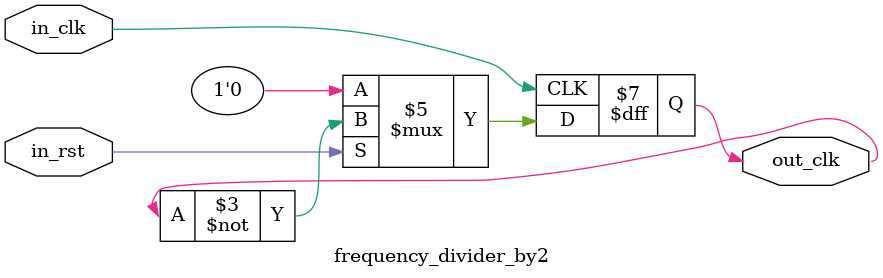
<source format=v>
module frequency_divider_by2 ( in_clk ,in_rst,out_clk );
output reg out_clk;
input in_clk ;
input in_rst;
always @(posedge in_clk)
begin
if (~in_rst)
     out_clk <= 1'b0;
else
     out_clk <= ~out_clk;	
end
endmodule
</source>
